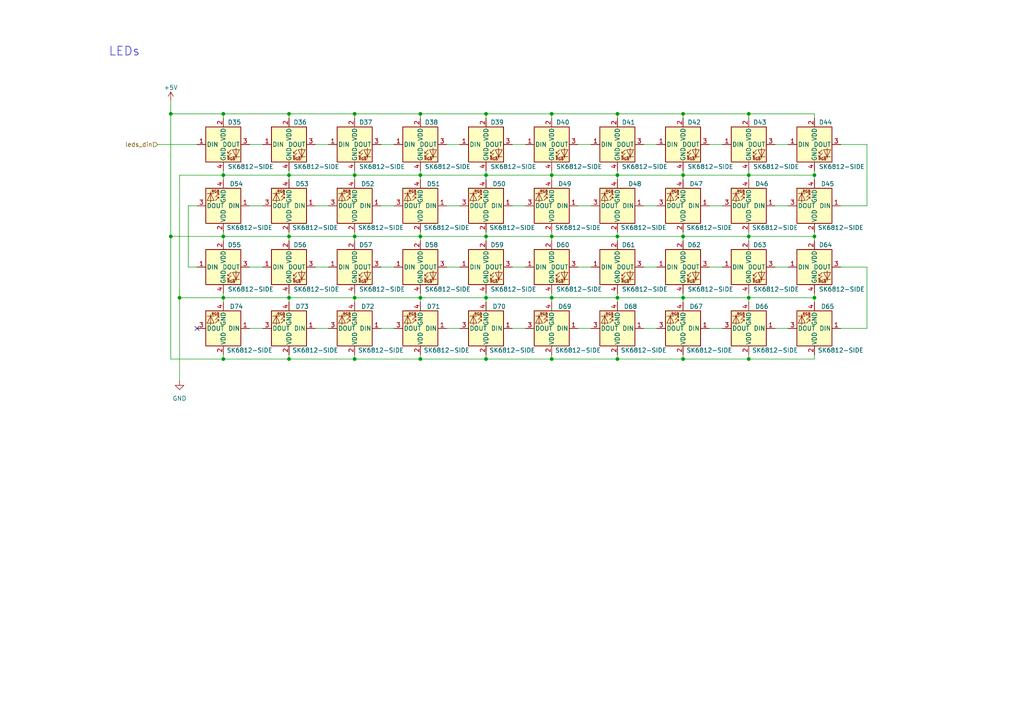
<source format=kicad_sch>
(kicad_sch (version 20230121) (generator eeschema)
  (paper "A4")
  (title_block (title "Steeb3") (date "2023-02-22") (rev "0") (company "Steve Joiner"))
  (lib_symbols
    (symbol "power:+5V" (power) (pin_names (offset 0))
      (property "Value" "+5V" (at 0 3.556 0))
      (symbol "+5V_0_1"
        (polyline (pts (xy -0.762 1.27) (xy 0 2.54)))
        (polyline (pts (xy 0 0) (xy 0 2.54)))
        (polyline (pts (xy 0 2.54) (xy 0.762 1.27)))
      )
      (symbol "+5V_1_1"
        (pin power_in line (at 0 0 90) (length 0) hide (name "+5V") (number "1"))
      )
    )
    (symbol "power:GND" (power) (pin_names (offset 0))
      (property "Value" "GND" (at 0 -3.81 0))
      (symbol "GND_0_1"
        (polyline (pts (xy 0 0) (xy 0 -1.27) (xy 1.27 -1.27) (xy 0 -2.54) (xy -1.27 -1.27) (xy 0 -1.27)))
      )
      (symbol "GND_1_1"
        (pin power_in line (at 0 0 270) (length 0) hide (name "GND") (number "1"))
      )
    )
    (symbol "sk6812-side:SK6812-SIDE" (pin_names (offset 0.254))
      (property "Reference" "D" (at 1.27 5.715 0))
      (property "Value" "SK6812-SIDE" (at 1.27 -5.715 0))
      (symbol "SK6812-SIDE_0_0"
        (text "RGB" (at 2.286 -4.191 0) (effects (font (size 0.762 0.762))))
      )
      (symbol "SK6812-SIDE_0_1"
        (polyline (pts (xy 1.27 -3.556) (xy 1.778 -3.556)))
        (polyline (pts (xy 1.27 -2.54) (xy 1.778 -2.54)))
        (polyline (pts (xy 4.699 -3.556) (xy 2.667 -3.556)))
        (polyline (pts (xy 2.286 -2.54) (xy 1.27 -3.556) (xy 1.27 -3.048)))
        (polyline (pts (xy 2.286 -1.524) (xy 1.27 -2.54) (xy 1.27 -2.032)))
        (polyline (pts (xy 3.683 -1.016) (xy 3.683 -3.556) (xy 3.683 -4.064)))
        (polyline (pts (xy 4.699 -1.524) (xy 2.667 -1.524) (xy 3.683 -3.556) (xy 4.699 -1.524)))
        (rectangle (start 5.08 5.08) (end -5.08 -5.08) (stroke (width 0.254)) (fill (type background)))
      )
      (symbol "SK6812-SIDE_1_1"
        (pin input line (at -7.62 0 0) (length 2.54) (name "DIN") (number "1"))
        (pin power_in line (at 0 7.62 270) (length 2.54) (name "VDD") (number "2"))
        (pin output line (at 7.62 0 180) (length 2.54) (name "DOUT") (number "3"))
        (pin power_in line (at 0 -7.62 90) (length 2.54) (name "GND") (number "4"))
      )
    )
  )
  (junction (at 160.02 68.58))
  (junction (at 102.87 68.58))
  (junction (at 49.53 33.02))
  (junction (at 140.97 33.02))
  (junction (at 179.07 68.58))
  (junction (at 102.87 50.8))
  (junction (at 140.97 86.36))
  (junction (at 121.92 104.14))
  (junction (at 52.07 86.36))
  (junction (at 160.02 50.8))
  (junction (at 121.92 68.58))
  (junction (at 217.17 104.14))
  (junction (at 121.92 50.8))
  (junction (at 83.82 50.8))
  (junction (at 198.12 86.36))
  (junction (at 160.02 86.36))
  (junction (at 198.12 68.58))
  (junction (at 236.22 68.58))
  (junction (at 179.07 104.14))
  (junction (at 83.82 86.36))
  (junction (at 102.87 33.02))
  (junction (at 217.17 68.58))
  (junction (at 83.82 68.58))
  (junction (at 140.97 50.8))
  (junction (at 217.17 86.36))
  (junction (at 179.07 86.36))
  (junction (at 198.12 104.14))
  (junction (at 179.07 50.8))
  (junction (at 121.92 33.02))
  (junction (at 236.22 86.36))
  (junction (at 236.22 50.8))
  (junction (at 64.77 104.14))
  (junction (at 198.12 50.8))
  (junction (at 83.82 104.14))
  (junction (at 179.07 33.02))
  (junction (at 198.12 33.02))
  (junction (at 140.97 104.14))
  (junction (at 102.87 104.14))
  (junction (at 160.02 33.02))
  (junction (at 64.77 68.58))
  (junction (at 217.17 50.8))
  (junction (at 102.87 86.36))
  (junction (at 64.77 50.8))
  (junction (at 64.77 86.36))
  (junction (at 64.77 33.02))
  (junction (at 217.17 33.02))
  (junction (at 121.92 86.36))
  (junction (at 140.97 68.58))
  (junction (at 49.53 68.58))
  (junction (at 160.02 104.14))
  (junction (at 83.82 33.02))
  (no_connect (at 57.15 95.25))
  (wire (pts (xy 160.02 33.02) (xy 179.07 33.02)))
  (wire (pts (xy 83.82 104.14) (xy 83.82 102.87)))
  (wire (pts (xy 224.79 41.91) (xy 228.6 41.91)))
  (wire (pts (xy 251.46 41.91) (xy 251.46 59.69)))
  (wire (pts (xy 236.22 50.8) (xy 236.22 52.07)))
  (wire (pts (xy 49.53 33.02) (xy 64.77 33.02)))
  (wire (pts (xy 217.17 50.8) (xy 198.12 50.8)))
  (wire (pts (xy 167.64 95.25) (xy 171.45 95.25)))
  (wire (pts (xy 205.74 59.69) (xy 209.55 59.69)))
  (wire (pts (xy 179.07 33.02) (xy 179.07 34.29)))
  (wire (pts (xy 64.77 86.36) (xy 64.77 87.63)))
  (wire (pts (xy 102.87 68.58) (xy 102.87 69.85)))
  (wire (pts (xy 52.07 86.36) (xy 52.07 110.49)))
  (wire (pts (xy 83.82 104.14) (xy 102.87 104.14)))
  (wire (pts (xy 179.07 104.14) (xy 198.12 104.14)))
  (wire (pts (xy 72.39 59.69) (xy 76.2 59.69)))
  (wire (pts (xy 179.07 104.14) (xy 179.07 102.87)))
  (wire (pts (xy 148.59 95.25) (xy 152.4 95.25)))
  (wire (pts (xy 121.92 104.14) (xy 140.97 104.14)))
  (wire (pts (xy 64.77 33.02) (xy 83.82 33.02)))
  (wire (pts (xy 121.92 33.02) (xy 140.97 33.02)))
  (wire (pts (xy 64.77 50.8) (xy 64.77 49.53)))
  (wire (pts (xy 198.12 50.8) (xy 179.07 50.8)))
  (wire (pts (xy 140.97 33.02) (xy 140.97 34.29)))
  (wire (pts (xy 243.84 59.69) (xy 251.46 59.69)))
  (wire (pts (xy 160.02 86.36) (xy 179.07 86.36)))
  (wire (pts (xy 186.69 41.91) (xy 190.5 41.91)))
  (wire (pts (xy 140.97 86.36) (xy 140.97 85.09)))
  (wire (pts (xy 160.02 86.36) (xy 160.02 85.09)))
  (wire (pts (xy 217.17 33.02) (xy 236.22 33.02)))
  (wire (pts (xy 140.97 104.14) (xy 140.97 102.87)))
  (wire (pts (xy 121.92 86.36) (xy 121.92 85.09)))
  (wire (pts (xy 72.39 95.25) (xy 76.2 95.25)))
  (wire (pts (xy 64.77 102.87) (xy 64.77 104.14)))
  (wire (pts (xy 52.07 50.8) (xy 52.07 86.36)))
  (wire (pts (xy 217.17 104.14) (xy 217.17 102.87)))
  (wire (pts (xy 236.22 67.31) (xy 236.22 68.58)))
  (wire (pts (xy 179.07 68.58) (xy 179.07 67.31)))
  (wire (pts (xy 102.87 86.36) (xy 102.87 85.09)))
  (wire (pts (xy 179.07 86.36) (xy 198.12 86.36)))
  (wire (pts (xy 110.49 95.25) (xy 114.3 95.25)))
  (wire (pts (xy 236.22 68.58) (xy 217.17 68.58)))
  (wire (pts (xy 64.77 85.09) (xy 64.77 86.36)))
  (wire (pts (xy 121.92 50.8) (xy 102.87 50.8)))
  (wire (pts (xy 83.82 50.8) (xy 64.77 50.8)))
  (wire (pts (xy 224.79 95.25) (xy 228.6 95.25)))
  (wire (pts (xy 160.02 104.14) (xy 179.07 104.14)))
  (wire (pts (xy 224.79 77.47) (xy 228.6 77.47)))
  (wire (pts (xy 160.02 68.58) (xy 160.02 69.85)))
  (wire (pts (xy 121.92 50.8) (xy 121.92 52.07)))
  (wire (pts (xy 217.17 68.58) (xy 217.17 67.31)))
  (wire (pts (xy 102.87 33.02) (xy 121.92 33.02)))
  (wire (pts (xy 205.74 95.25) (xy 209.55 95.25)))
  (wire (pts (xy 102.87 68.58) (xy 102.87 67.31)))
  (wire (pts (xy 217.17 104.14) (xy 236.22 104.14)))
  (wire (pts (xy 140.97 68.58) (xy 140.97 67.31)))
  (wire (pts (xy 129.54 59.69) (xy 133.35 59.69)))
  (wire (pts (xy 198.12 86.36) (xy 198.12 87.63)))
  (wire (pts (xy 198.12 68.58) (xy 179.07 68.58)))
  (wire (pts (xy 121.92 68.58) (xy 121.92 67.31)))
  (wire (pts (xy 72.39 41.91) (xy 76.2 41.91)))
  (wire (pts (xy 140.97 86.36) (xy 160.02 86.36)))
  (wire (pts (xy 198.12 104.14) (xy 217.17 104.14)))
  (wire (pts (xy 140.97 50.8) (xy 140.97 52.07)))
  (wire (pts (xy 102.87 68.58) (xy 83.82 68.58)))
  (wire (pts (xy 217.17 86.36) (xy 217.17 85.09)))
  (wire (pts (xy 140.97 50.8) (xy 140.97 49.53)))
  (wire (pts (xy 160.02 50.8) (xy 160.02 49.53)))
  (wire (pts (xy 121.92 50.8) (xy 121.92 49.53)))
  (wire (pts (xy 217.17 50.8) (xy 217.17 52.07)))
  (wire (pts (xy 179.07 68.58) (xy 160.02 68.58)))
  (wire (pts (xy 49.53 33.02) (xy 49.53 68.58)))
  (wire (pts (xy 121.92 86.36) (xy 140.97 86.36)))
  (wire (pts (xy 198.12 50.8) (xy 198.12 52.07)))
  (wire (pts (xy 83.82 68.58) (xy 64.77 68.58)))
  (wire (pts (xy 236.22 33.02) (xy 236.22 34.29)))
  (wire (pts (xy 198.12 68.58) (xy 198.12 67.31)))
  (wire (pts (xy 140.97 50.8) (xy 121.92 50.8)))
  (wire (pts (xy 236.22 50.8) (xy 217.17 50.8)))
  (wire (pts (xy 110.49 77.47) (xy 114.3 77.47)))
  (wire (pts (xy 102.87 50.8) (xy 83.82 50.8)))
  (wire (pts (xy 140.97 33.02) (xy 160.02 33.02)))
  (wire (pts (xy 236.22 86.36) (xy 236.22 87.63)))
  (wire (pts (xy 217.17 68.58) (xy 217.17 69.85)))
  (wire (pts (xy 179.07 33.02) (xy 198.12 33.02)))
  (wire (pts (xy 148.59 77.47) (xy 152.4 77.47)))
  (wire (pts (xy 160.02 86.36) (xy 160.02 87.63)))
  (wire (pts (xy 160.02 50.8) (xy 140.97 50.8)))
  (wire (pts (xy 140.97 104.14) (xy 160.02 104.14)))
  (wire (pts (xy 205.74 77.47) (xy 209.55 77.47)))
  (wire (pts (xy 217.17 86.36) (xy 217.17 87.63)))
  (wire (pts (xy 236.22 68.58) (xy 236.22 69.85)))
  (wire (pts (xy 198.12 104.14) (xy 198.12 102.87)))
  (wire (pts (xy 179.07 50.8) (xy 179.07 49.53)))
  (wire (pts (xy 64.77 68.58) (xy 64.77 69.85)))
  (wire (pts (xy 186.69 59.69) (xy 190.5 59.69)))
  (wire (pts (xy 243.84 41.91) (xy 251.46 41.91)))
  (wire (pts (xy 243.84 95.25) (xy 251.46 95.25)))
  (wire (pts (xy 102.87 50.8) (xy 102.87 49.53)))
  (wire (pts (xy 64.77 104.14) (xy 83.82 104.14)))
  (wire (pts (xy 179.07 68.58) (xy 179.07 69.85)))
  (wire (pts (xy 64.77 68.58) (xy 49.53 68.58)))
  (wire (pts (xy 243.84 77.47) (xy 251.46 77.47)))
  (wire (pts (xy 72.39 77.47) (xy 76.2 77.47)))
  (wire (pts (xy 129.54 41.91) (xy 133.35 41.91)))
  (wire (pts (xy 186.69 77.47) (xy 190.5 77.47)))
  (wire (pts (xy 148.59 59.69) (xy 152.4 59.69)))
  (wire (pts (xy 83.82 50.8) (xy 83.82 52.07)))
  (wire (pts (xy 64.77 50.8) (xy 52.07 50.8)))
  (wire (pts (xy 236.22 49.53) (xy 236.22 50.8)))
  (wire (pts (xy 179.07 86.36) (xy 179.07 85.09)))
  (wire (pts (xy 198.12 86.36) (xy 217.17 86.36)))
  (wire (pts (xy 102.87 86.36) (xy 121.92 86.36)))
  (wire (pts (xy 140.97 86.36) (xy 140.97 87.63)))
  (wire (pts (xy 236.22 86.36) (xy 236.22 85.09)))
  (wire (pts (xy 64.77 68.58) (xy 64.77 67.31)))
  (wire (pts (xy 179.07 50.8) (xy 160.02 50.8)))
  (wire (pts (xy 179.07 50.8) (xy 179.07 52.07)))
  (wire (pts (xy 198.12 50.8) (xy 198.12 49.53)))
  (wire (pts (xy 129.54 77.47) (xy 133.35 77.47)))
  (wire (pts (xy 121.92 68.58) (xy 102.87 68.58)))
  (wire (pts (xy 102.87 104.14) (xy 121.92 104.14)))
  (wire (pts (xy 110.49 59.69) (xy 114.3 59.69)))
  (wire (pts (xy 102.87 104.14) (xy 102.87 102.87)))
  (wire (pts (xy 57.15 59.69) (xy 54.61 59.69)))
  (wire (pts (xy 160.02 68.58) (xy 160.02 67.31)))
  (wire (pts (xy 83.82 86.36) (xy 83.82 85.09)))
  (wire (pts (xy 140.97 68.58) (xy 140.97 69.85)))
  (wire (pts (xy 198.12 68.58) (xy 198.12 69.85)))
  (wire (pts (xy 102.87 86.36) (xy 102.87 87.63)))
  (wire (pts (xy 91.44 59.69) (xy 95.25 59.69)))
  (wire (pts (xy 83.82 86.36) (xy 83.82 87.63)))
  (wire (pts (xy 217.17 86.36) (xy 236.22 86.36)))
  (wire (pts (xy 64.77 86.36) (xy 83.82 86.36)))
  (wire (pts (xy 198.12 86.36) (xy 198.12 85.09)))
  (wire (pts (xy 91.44 77.47) (xy 95.25 77.47)))
  (wire (pts (xy 102.87 33.02) (xy 102.87 34.29)))
  (wire (pts (xy 83.82 68.58) (xy 83.82 69.85)))
  (wire (pts (xy 148.59 41.91) (xy 152.4 41.91)))
  (wire (pts (xy 217.17 68.58) (xy 198.12 68.58)))
  (wire (pts (xy 64.77 33.02) (xy 64.77 34.29)))
  (wire (pts (xy 129.54 95.25) (xy 133.35 95.25)))
  (wire (pts (xy 49.53 29.21) (xy 49.53 33.02)))
  (wire (pts (xy 251.46 77.47) (xy 251.46 95.25)))
  (wire (pts (xy 91.44 95.25) (xy 95.25 95.25)))
  (wire (pts (xy 160.02 104.14) (xy 160.02 102.87)))
  (wire (pts (xy 83.82 33.02) (xy 83.82 34.29)))
  (wire (pts (xy 83.82 33.02) (xy 102.87 33.02)))
  (wire (pts (xy 54.61 59.69) (xy 54.61 77.47)))
  (wire (pts (xy 64.77 104.14) (xy 49.53 104.14)))
  (wire (pts (xy 140.97 68.58) (xy 121.92 68.58)))
  (wire (pts (xy 121.92 33.02) (xy 121.92 34.29)))
  (wire (pts (xy 167.64 77.47) (xy 171.45 77.47)))
  (wire (pts (xy 121.92 104.14) (xy 121.92 102.87)))
  (wire (pts (xy 49.53 68.58) (xy 49.53 104.14)))
  (wire (pts (xy 64.77 50.8) (xy 64.77 52.07)))
  (wire (pts (xy 83.82 50.8) (xy 83.82 49.53)))
  (wire (pts (xy 160.02 50.8) (xy 160.02 52.07)))
  (wire (pts (xy 217.17 33.02) (xy 217.17 34.29)))
  (wire (pts (xy 179.07 86.36) (xy 179.07 87.63)))
  (wire (pts (xy 102.87 50.8) (xy 102.87 52.07)))
  (wire (pts (xy 160.02 68.58) (xy 140.97 68.58)))
  (wire (pts (xy 198.12 33.02) (xy 198.12 34.29)))
  (wire (pts (xy 167.64 59.69) (xy 171.45 59.69)))
  (wire (pts (xy 121.92 68.58) (xy 121.92 69.85)))
  (wire (pts (xy 186.69 95.25) (xy 190.5 95.25)))
  (wire (pts (xy 52.07 86.36) (xy 64.77 86.36)))
  (wire (pts (xy 198.12 33.02) (xy 217.17 33.02)))
  (wire (pts (xy 236.22 104.14) (xy 236.22 102.87)))
  (wire (pts (xy 83.82 68.58) (xy 83.82 67.31)))
  (wire (pts (xy 91.44 41.91) (xy 95.25 41.91)))
  (wire (pts (xy 54.61 77.47) (xy 57.15 77.47)))
  (wire (pts (xy 45.72 41.91) (xy 57.15 41.91)))
  (wire (pts (xy 217.17 50.8) (xy 217.17 49.53)))
  (wire (pts (xy 121.92 86.36) (xy 121.92 87.63)))
  (wire (pts (xy 83.82 86.36) (xy 102.87 86.36)))
  (wire (pts (xy 224.79 59.69) (xy 228.6 59.69)))
  (wire (pts (xy 205.74 41.91) (xy 209.55 41.91)))
  (wire (pts (xy 110.49 41.91) (xy 114.3 41.91)))
  (wire (pts (xy 160.02 33.02) (xy 160.02 34.29)))
  (wire (pts (xy 167.64 41.91) (xy 171.45 41.91)))
  (text "LEDs" (at 40.64 16.51 0) (effects (font (size 2.54 2.54)) (justify right bottom)))
  (hierarchical_label "leds_din" (shape input) (at 45.72 41.91 180))
  (symbol (lib_id "sk6812-side:SK6812-SIDE") (at 64.77 95.25 180) (unit 1)
    (property "Reference" "D74" (at 68.58 88.9 0))
    (property "Value" "SK6812-SIDE" (at 72.39 101.6 0))
    (property "Footprint" "footprints:LED_SK6812_SIDE" (effects hide))
  )
  (symbol (lib_id "sk6812-side:SK6812-SIDE") (at 140.97 77.47 0) (unit 1)
    (property "Reference" "D59" (at 142.24 71.755 0) (effects (justify left bottom)))
    (property "Value" "SK6812-SIDE" (at 142.24 83.185 0) (effects (justify left top)))
    (property "Footprint" "footprints:LED_SK6812_SIDE" (effects hide))
  )
  (symbol (lib_id "sk6812-side:SK6812-SIDE") (at 179.07 77.47 0) (unit 1)
    (property "Reference" "D61" (at 180.34 71.755 0) (effects (justify left bottom)))
    (property "Value" "SK6812-SIDE" (at 180.34 83.185 0) (effects (justify left top)))
    (property "Footprint" "footprints:LED_SK6812_SIDE" (effects hide))
  )
  (symbol (lib_id "sk6812-side:SK6812-SIDE") (at 198.12 77.47 0) (unit 1)
    (property "Reference" "D62" (at 199.39 71.755 0) (effects (justify left bottom)))
    (property "Value" "SK6812-SIDE" (at 199.39 83.185 0) (effects (justify left top)))
    (property "Footprint" "footprints:LED_SK6812_SIDE" (effects hide))
  )
  (symbol (lib_id "sk6812-side:SK6812-SIDE") (at 160.02 77.47 0) (unit 1)
    (property "Reference" "D60" (at 161.29 71.755 0) (effects (justify left bottom)))
    (property "Value" "SK6812-SIDE" (at 161.29 83.185 0) (effects (justify left top)))
    (property "Footprint" "footprints:LED_SK6812_SIDE" (effects hide))
  )
  (symbol (lib_id "sk6812-side:SK6812-SIDE") (at 160.02 95.25 180) (unit 1)
    (property "Reference" "D69" (at 163.83 88.9 0))
    (property "Value" "SK6812-SIDE" (at 167.64 101.6 0))
    (property "Footprint" "footprints:LED_SK6812_SIDE" (effects hide))
  )
  (symbol (lib_id "sk6812-side:SK6812-SIDE") (at 198.12 41.91 0) (unit 1)
    (property "Reference" "D42" (at 199.39 36.195 0) (effects (justify left bottom)))
    (property "Value" "SK6812-SIDE" (at 199.39 47.625 0) (effects (justify left top)))
    (property "Footprint" "footprints:LED_SK6812_SIDE" (effects hide))
  )
  (symbol (lib_id "sk6812-side:SK6812-SIDE") (at 236.22 41.91 0) (unit 1)
    (property "Reference" "D44" (at 237.49 36.195 0) (effects (justify left bottom)))
    (property "Value" "SK6812-SIDE" (at 237.49 47.625 0) (effects (justify left top)))
    (property "Footprint" "footprints:LED_SK6812_SIDE" (effects hide))
  )
  (symbol (lib_id "sk6812-side:SK6812-SIDE") (at 236.22 95.25 180) (unit 1)
    (property "Reference" "D65" (at 240.03 88.9 0))
    (property "Value" "SK6812-SIDE" (at 243.84 101.6 0))
    (property "Footprint" "footprints:LED_SK6812_SIDE" (effects hide))
  )
  (symbol (lib_id "sk6812-side:SK6812-SIDE") (at 160.02 59.69 180) (unit 1)
    (property "Reference" "D49" (at 163.83 53.34 0))
    (property "Value" "SK6812-SIDE" (at 167.64 66.04 0))
    (property "Footprint" "footprints:LED_SK6812_SIDE" (effects hide))
  )
  (symbol (lib_id "sk6812-side:SK6812-SIDE") (at 140.97 59.69 180) (unit 1)
    (property "Reference" "D50" (at 144.78 53.34 0))
    (property "Value" "SK6812-SIDE" (at 148.59 66.04 0))
    (property "Footprint" "footprints:LED_SK6812_SIDE" (effects hide))
  )
  (symbol (lib_id "power:+5V") (at 49.53 29.21 0) (unit 1)
    (property "Reference" "#PWR09" (effects hide))
    (property "Value" "+5V" (at 49.53 25.4 0))
  )
  (symbol (lib_id "sk6812-side:SK6812-SIDE") (at 236.22 77.47 0) (unit 1)
    (property "Reference" "D64" (at 237.49 71.755 0) (effects (justify left bottom)))
    (property "Value" "SK6812-SIDE" (at 237.49 83.185 0) (effects (justify left top)))
    (property "Footprint" "footprints:LED_SK6812_SIDE" (effects hide))
  )
  (symbol (lib_id "sk6812-side:SK6812-SIDE") (at 102.87 41.91 0) (unit 1)
    (property "Reference" "D37" (at 104.14 36.195 0) (effects (justify left bottom)))
    (property "Value" "SK6812-SIDE" (at 104.14 47.625 0) (effects (justify left top)))
    (property "Footprint" "footprints:LED_SK6812_SIDE" (effects hide))
  )
  (symbol (lib_id "sk6812-side:SK6812-SIDE") (at 179.07 41.91 0) (unit 1)
    (property "Reference" "D41" (at 180.34 36.195 0) (effects (justify left bottom)))
    (property "Value" "SK6812-SIDE" (at 180.34 47.625 0) (effects (justify left top)))
    (property "Footprint" "footprints:LED_SK6812_SIDE" (effects hide))
  )
  (symbol (lib_id "sk6812-side:SK6812-SIDE") (at 83.82 41.91 0) (unit 1)
    (property "Reference" "D36" (at 85.09 36.195 0) (effects (justify left bottom)))
    (property "Value" "SK6812-SIDE" (at 85.09 47.625 0) (effects (justify left top)))
    (property "Footprint" "footprints:LED_SK6812_SIDE" (effects hide))
  )
  (symbol (lib_id "sk6812-side:SK6812-SIDE") (at 198.12 59.69 180) (unit 1)
    (property "Reference" "D47" (at 201.93 53.34 0))
    (property "Value" "SK6812-SIDE" (at 205.74 66.04 0))
    (property "Footprint" "footprints:LED_SK6812_SIDE" (effects hide))
  )
  (symbol (lib_id "power:GND") (at 52.07 110.49 0) (unit 1)
    (property "Reference" "#PWR010" (effects hide))
    (property "Value" "GND" (at 52.07 115.57 0))
  )
  (symbol (lib_id "sk6812-side:SK6812-SIDE") (at 217.17 77.47 0) (unit 1)
    (property "Reference" "D63" (at 218.44 71.755 0) (effects (justify left bottom)))
    (property "Value" "SK6812-SIDE" (at 218.44 83.185 0) (effects (justify left top)))
    (property "Footprint" "footprints:LED_SK6812_SIDE" (effects hide))
  )
  (symbol (lib_id "sk6812-side:SK6812-SIDE") (at 179.07 95.25 180) (unit 1)
    (property "Reference" "D68" (at 182.88 88.9 0))
    (property "Value" "SK6812-SIDE" (at 186.69 101.6 0))
    (property "Footprint" "footprints:LED_SK6812_SIDE" (effects hide))
  )
  (symbol (lib_id "sk6812-side:SK6812-SIDE") (at 83.82 77.47 0) (unit 1)
    (property "Reference" "D56" (at 85.09 71.755 0) (effects (justify left bottom)))
    (property "Value" "SK6812-SIDE" (at 85.09 83.185 0) (effects (justify left top)))
    (property "Footprint" "footprints:LED_SK6812_SIDE" (effects hide))
  )
  (symbol (lib_id "sk6812-side:SK6812-SIDE") (at 217.17 41.91 0) (unit 1)
    (property "Reference" "D43" (at 218.44 36.195 0) (effects (justify left bottom)))
    (property "Value" "SK6812-SIDE" (at 218.44 47.625 0) (effects (justify left top)))
    (property "Footprint" "footprints:LED_SK6812_SIDE" (effects hide))
  )
  (symbol (lib_id "sk6812-side:SK6812-SIDE") (at 64.77 77.47 0) (unit 1)
    (property "Reference" "D55" (at 66.04 71.755 0) (effects (justify left bottom)))
    (property "Value" "SK6812-SIDE" (at 66.04 83.185 0) (effects (justify left top)))
    (property "Footprint" "footprints:LED_SK6812_SIDE" (effects hide))
  )
  (symbol (lib_id "sk6812-side:SK6812-SIDE") (at 83.82 95.25 180) (unit 1)
    (property "Reference" "D73" (at 87.63 88.9 0))
    (property "Value" "SK6812-SIDE" (at 91.44 101.6 0))
    (property "Footprint" "footprints:LED_SK6812_SIDE" (effects hide))
  )
  (symbol (lib_id "sk6812-side:SK6812-SIDE") (at 102.87 77.47 0) (unit 1)
    (property "Reference" "D57" (at 104.14 71.755 0) (effects (justify left bottom)))
    (property "Value" "SK6812-SIDE" (at 104.14 83.185 0) (effects (justify left top)))
    (property "Footprint" "footprints:LED_SK6812_SIDE" (effects hide))
  )
  (symbol (lib_id "sk6812-side:SK6812-SIDE") (at 179.07 59.69 180) (unit 1)
    (property "Reference" "D48" (at 184.15 53.34 0))
    (property "Value" "SK6812-SIDE" (at 186.69 66.04 0))
    (property "Footprint" "footprints:LED_SK6812_SIDE" (effects hide))
  )
  (symbol (lib_id "sk6812-side:SK6812-SIDE") (at 198.12 95.25 180) (unit 1)
    (property "Reference" "D67" (at 201.93 88.9 0))
    (property "Value" "SK6812-SIDE" (at 205.74 101.6 0))
    (property "Footprint" "footprints:LED_SK6812_SIDE" (effects hide))
  )
  (symbol (lib_id "sk6812-side:SK6812-SIDE") (at 121.92 77.47 0) (unit 1)
    (property "Reference" "D58" (at 123.19 71.755 0) (effects (justify left bottom)))
    (property "Value" "SK6812-SIDE" (at 123.19 83.185 0) (effects (justify left top)))
    (property "Footprint" "footprints:LED_SK6812_SIDE" (effects hide))
  )
  (symbol (lib_id "sk6812-side:SK6812-SIDE") (at 217.17 95.25 180) (unit 1)
    (property "Reference" "D66" (at 220.98 88.9 0))
    (property "Value" "SK6812-SIDE" (at 224.79 101.6 0))
    (property "Footprint" "footprints:LED_SK6812_SIDE" (effects hide))
  )
  (symbol (lib_id "sk6812-side:SK6812-SIDE") (at 102.87 95.25 180) (unit 1)
    (property "Reference" "D72" (at 106.68 88.9 0))
    (property "Value" "SK6812-SIDE" (at 110.49 101.6 0))
    (property "Footprint" "footprints:LED_SK6812_SIDE" (effects hide))
  )
  (symbol (lib_id "sk6812-side:SK6812-SIDE") (at 64.77 41.91 0) (unit 1)
    (property "Reference" "D35" (at 66.04 36.195 0) (effects (justify left bottom)))
    (property "Value" "SK6812-SIDE" (at 66.04 47.625 0) (effects (justify left top)))
    (property "Footprint" "footprints:LED_SK6812_SIDE" (effects hide))
  )
  (symbol (lib_id "sk6812-side:SK6812-SIDE") (at 121.92 41.91 0) (unit 1)
    (property "Reference" "D38" (at 123.19 36.195 0) (effects (justify left bottom)))
    (property "Value" "SK6812-SIDE" (at 123.19 47.625 0) (effects (justify left top)))
    (property "Footprint" "footprints:LED_SK6812_SIDE" (effects hide))
  )
  (symbol (lib_id "sk6812-side:SK6812-SIDE") (at 140.97 95.25 180) (unit 1)
    (property "Reference" "D70" (at 144.78 88.9 0))
    (property "Value" "SK6812-SIDE" (at 148.59 101.6 0))
    (property "Footprint" "footprints:LED_SK6812_SIDE" (effects hide))
  )
  (symbol (lib_id "sk6812-side:SK6812-SIDE") (at 64.77 59.69 180) (unit 1)
    (property "Reference" "D54" (at 68.58 53.34 0))
    (property "Value" "SK6812-SIDE" (at 72.39 66.04 0))
    (property "Footprint" "footprints:LED_SK6812_SIDE" (effects hide))
  )
  (symbol (lib_id "sk6812-side:SK6812-SIDE") (at 102.87 59.69 180) (unit 1)
    (property "Reference" "D52" (at 106.68 53.34 0))
    (property "Value" "SK6812-SIDE" (at 110.49 66.04 0))
    (property "Footprint" "footprints:LED_SK6812_SIDE" (effects hide))
  )
  (symbol (lib_id "sk6812-side:SK6812-SIDE") (at 160.02 41.91 0) (unit 1)
    (property "Reference" "D40" (at 161.29 36.195 0) (effects (justify left bottom)))
    (property "Value" "SK6812-SIDE" (at 161.29 47.625 0) (effects (justify left top)))
    (property "Footprint" "footprints:LED_SK6812_SIDE" (effects hide))
  )
  (symbol (lib_id "sk6812-side:SK6812-SIDE") (at 217.17 59.69 180) (unit 1)
    (property "Reference" "D46" (at 220.98 53.34 0))
    (property "Value" "SK6812-SIDE" (at 224.79 66.04 0))
    (property "Footprint" "footprints:LED_SK6812_SIDE" (effects hide))
  )
  (symbol (lib_id "sk6812-side:SK6812-SIDE") (at 121.92 59.69 180) (unit 1)
    (property "Reference" "D51" (at 125.73 53.34 0))
    (property "Value" "SK6812-SIDE" (at 129.54 66.04 0))
    (property "Footprint" "footprints:LED_SK6812_SIDE" (effects hide))
  )
  (symbol (lib_id "sk6812-side:SK6812-SIDE") (at 121.92 95.25 180) (unit 1)
    (property "Reference" "D71" (at 125.73 88.9 0))
    (property "Value" "SK6812-SIDE" (at 129.54 101.6 0))
    (property "Footprint" "footprints:LED_SK6812_SIDE" (effects hide))
  )
  (symbol (lib_id "sk6812-side:SK6812-SIDE") (at 140.97 41.91 0) (unit 1)
    (property "Reference" "D39" (at 142.24 36.195 0) (effects (justify left bottom)))
    (property "Value" "SK6812-SIDE" (at 142.24 47.625 0) (effects (justify left top)))
    (property "Footprint" "footprints:LED_SK6812_SIDE" (effects hide))
  )
  (symbol (lib_id "sk6812-side:SK6812-SIDE") (at 83.82 59.69 180) (unit 1)
    (property "Reference" "D53" (at 87.63 53.34 0))
    (property "Value" "SK6812-SIDE" (at 91.44 66.04 0))
    (property "Footprint" "footprints:LED_SK6812_SIDE" (effects hide))
  )
  (symbol (lib_id "sk6812-side:SK6812-SIDE") (at 236.22 59.69 180) (unit 1)
    (property "Reference" "D45" (at 240.03 53.34 0))
    (property "Value" "SK6812-SIDE" (at 243.84 66.04 0))
    (property "Footprint" "footprints:LED_SK6812_SIDE" (effects hide))
  )
)
</source>
